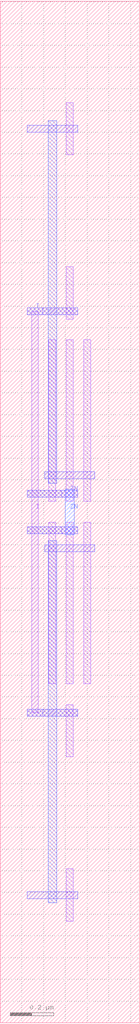
<source format=lef>
MACRO INV_34777845_PG0
  ORIGIN 0 0 ;
  FOREIGN INV_34777845_PG0 0 0 ;
  SIZE 0.64 BY 4.704 ;
  PIN ZN
    DIRECTION INOUT ;
    USE SIGNAL ;
    PORT 
      LAYER M2 ;
        RECT 0.124 2.252 0.356 2.284 ;
      LAYER M2 ;
        RECT 0.124 2.42 0.356 2.452 ;
      LAYER M2 ;
        RECT 0.284 2.252 0.356 2.284 ;
      LAYER M3 ;
        RECT 0.3 2.247 0.34 2.457 ;
      LAYER M2 ;
        RECT 0.284 2.42 0.356 2.452 ;
    END
  END ZN
  PIN I
    DIRECTION INOUT ;
    USE SIGNAL ;
    PORT 
      LAYER M2 ;
        RECT 0.124 1.412 0.356 1.444 ;
      LAYER M2 ;
        RECT 0.124 3.26 0.356 3.292 ;
      LAYER M2 ;
        RECT 0.124 1.412 0.196 1.444 ;
      LAYER M1 ;
        RECT 0.144 1.428 0.176 3.276 ;
      LAYER M2 ;
        RECT 0.124 3.26 0.196 3.292 ;
    END
  END I
  OBS 
  LAYER M1 ;
        RECT 0.304 1.56 0.336 2.304 ;
  LAYER M1 ;
        RECT 0.304 1.224 0.336 1.464 ;
  LAYER M1 ;
        RECT 0.304 0.468 0.336 0.708 ;
  LAYER M1 ;
        RECT 0.224 1.56 0.256 2.304 ;
  LAYER M1 ;
        RECT 0.384 1.56 0.416 2.304 ;
  LAYER M2 ;
        RECT 0.124 0.572 0.356 0.604 ;
  LAYER M2 ;
        RECT 0.204 2.168 0.436 2.2 ;
  LAYER M2 ;
        RECT 0.124 2.252 0.356 2.284 ;
  LAYER M2 ;
        RECT 0.124 1.412 0.356 1.444 ;
  LAYER M3 ;
        RECT 0.22 0.552 0.26 2.22 ;
  LAYER M1 ;
        RECT 0.304 2.4 0.336 3.144 ;
  LAYER M1 ;
        RECT 0.304 3.24 0.336 3.48 ;
  LAYER M1 ;
        RECT 0.304 3.996 0.336 4.236 ;
  LAYER M1 ;
        RECT 0.224 2.4 0.256 3.144 ;
  LAYER M1 ;
        RECT 0.384 2.4 0.416 3.144 ;
  LAYER M2 ;
        RECT 0.124 4.1 0.356 4.132 ;
  LAYER M2 ;
        RECT 0.204 2.504 0.436 2.536 ;
  LAYER M2 ;
        RECT 0.124 2.42 0.356 2.452 ;
  LAYER M2 ;
        RECT 0.124 3.26 0.356 3.292 ;
  LAYER M3 ;
        RECT 0.22 2.484 0.26 4.152 ;
  END 
END INV_34777845_PG0

</source>
